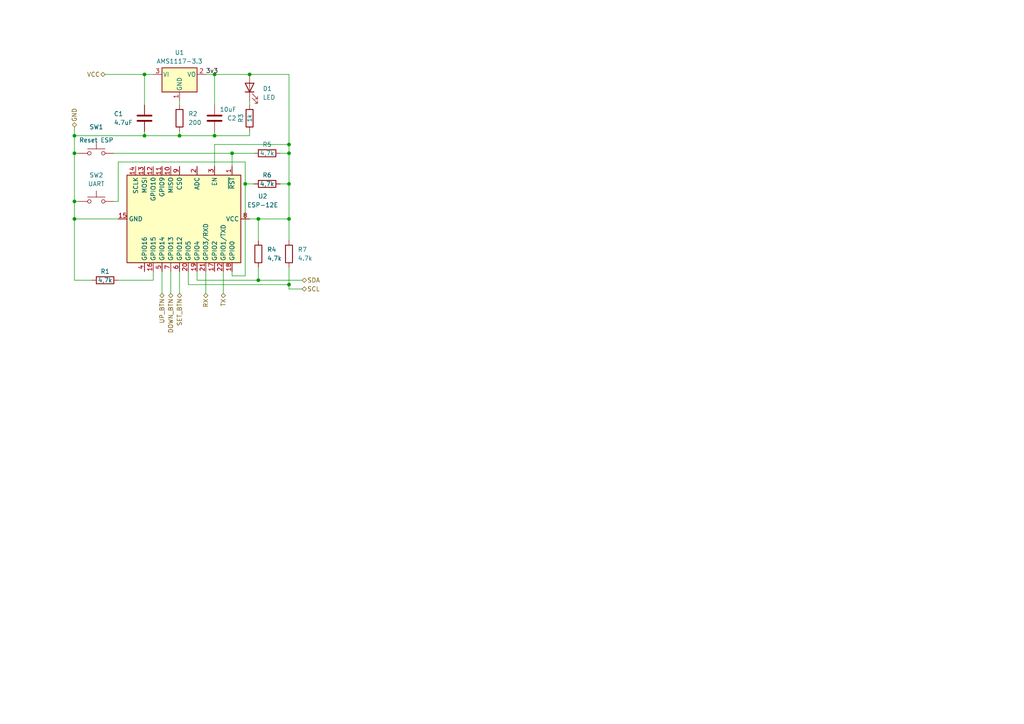
<source format=kicad_sch>
(kicad_sch (version 20211123) (generator eeschema)
  (paper "A4")
  (lib_symbols
    (symbol "Device:C" (pin_numbers hide) (pin_names (offset 0.254))
      (property "Reference" "C" (at 0.635 2.54 0))
      (property "Value" "C" (at 0.635 -2.54 0))
      (symbol "C_0_1"
        (polyline (pts (xy -2.032 -0.762) (xy 2.032 -0.762)) (stroke (width 0.508)))
        (polyline (pts (xy -2.032 0.762) (xy 2.032 0.762)) (stroke (width 0.508)))
      )
      (symbol "C_1_1"
        (pin passive line (at 0 3.81 270) (length 2.794) (name "~") (number "1"))
        (pin passive line (at 0 -3.81 90) (length 2.794) (name "~") (number "2"))
      )
    )
    (symbol "Device:LED" (pin_numbers hide) (pin_names (offset 1.016) hide)
      (property "Reference" "D" (at 0 2.54 0))
      (property "Value" "LED" (at 0 -2.54 0))
      (symbol "LED_0_1"
        (polyline (pts (xy -1.27 -1.27) (xy -1.27 1.27)) (stroke (width 0.254)))
        (polyline (pts (xy -1.27 0) (xy 1.27 0)))
        (polyline (pts (xy 1.27 -1.27) (xy 1.27 1.27) (xy -1.27 0) (xy 1.27 -1.27)) (stroke (width 0.254)))
        (polyline (pts (xy -3.048 -0.762) (xy -4.572 -2.286) (xy -3.81 -2.286) (xy -4.572 -2.286) (xy -4.572 -1.524)))
        (polyline (pts (xy -1.778 -0.762) (xy -3.302 -2.286) (xy -2.54 -2.286) (xy -3.302 -2.286) (xy -3.302 -1.524)))
      )
      (symbol "LED_1_1"
        (pin passive line (at -3.81 0 0) (length 2.54) (name "K") (number "1"))
        (pin passive line (at 3.81 0 180) (length 2.54) (name "A") (number "2"))
      )
    )
    (symbol "Device:R" (pin_numbers hide) (pin_names (offset 0))
      (property "Reference" "R" (at 2.032 0 90))
      (property "Value" "R" (at 0 0 90))
      (symbol "R_0_1"
        (rectangle (start -1.016 -2.54) (end 1.016 2.54) (stroke (width 0.254)))
      )
      (symbol "R_1_1"
        (pin passive line (at 0 3.81 270) (length 1.27) (name "~") (number "1"))
        (pin passive line (at 0 -3.81 90) (length 1.27) (name "~") (number "2"))
      )
    )
    (symbol "RF_Module:ESP-12E"
      (property "Reference" "U" (at -12.7 19.05 0))
      (property "Value" "ESP-12E" (at 12.7 19.05 0))
      (symbol "ESP-12E_0_1"
        (rectangle (start -12.7 17.78) (end 12.7 -15.24) (stroke (width 0.254)) (fill (type background)))
      )
      (symbol "ESP-12E_1_1"
        (pin input line (at -15.24 15.24 0) (length 2.54) (name "~{RST}") (number "1"))
        (pin bidirectional line (at -15.24 -2.54 0) (length 2.54) (name "MISO") (number "10"))
        (pin bidirectional line (at -15.24 -5.08 0) (length 2.54) (name "GPIO9") (number "11"))
        (pin bidirectional line (at -15.24 -7.62 0) (length 2.54) (name "GPIO10") (number "12"))
        (pin bidirectional line (at -15.24 -10.16 0) (length 2.54) (name "MOSI") (number "13"))
        (pin bidirectional line (at -15.24 -12.7 0) (length 2.54) (name "SCLK") (number "14"))
        (pin power_in line (at 0 -17.78 90) (length 2.54) (name "GND") (number "15"))
        (pin bidirectional line (at 15.24 -7.62 180) (length 2.54) (name "GPIO15") (number "16"))
        (pin bidirectional line (at 15.24 10.16 180) (length 2.54) (name "GPIO2") (number "17"))
        (pin bidirectional line (at 15.24 15.24 180) (length 2.54) (name "GPIO0") (number "18"))
        (pin bidirectional line (at 15.24 5.08 180) (length 2.54) (name "GPIO4") (number "19"))
        (pin input line (at -15.24 5.08 0) (length 2.54) (name "ADC") (number "2"))
        (pin bidirectional line (at 15.24 2.54 180) (length 2.54) (name "GPIO5") (number "20"))
        (pin bidirectional line (at 15.24 7.62 180) (length 2.54) (name "GPIO3/RXD") (number "21"))
        (pin bidirectional line (at 15.24 12.7 180) (length 2.54) (name "GPIO1/TXD") (number "22"))
        (pin input line (at -15.24 10.16 0) (length 2.54) (name "EN") (number "3"))
        (pin bidirectional line (at 15.24 -10.16 180) (length 2.54) (name "GPIO16") (number "4"))
        (pin bidirectional line (at 15.24 -5.08 180) (length 2.54) (name "GPIO14") (number "5"))
        (pin bidirectional line (at 15.24 0 180) (length 2.54) (name "GPIO12") (number "6"))
        (pin bidirectional line (at 15.24 -2.54 180) (length 2.54) (name "GPIO13") (number "7"))
        (pin power_in line (at 0 20.32 270) (length 2.54) (name "VCC") (number "8"))
        (pin input line (at -15.24 0 0) (length 2.54) (name "CS0") (number "9"))
      )
    )
    (symbol "Regulator_Linear:AMS1117-3.3" (pin_names (offset 0.254))
      (property "Reference" "U" (at -3.81 3.175 0))
      (property "Value" "AMS1117-3.3" (at 0 3.175 0))
      (symbol "AMS1117-3.3_0_1"
        (rectangle (start -5.08 -5.08) (end 5.08 1.905) (stroke (width 0.254)) (fill (type background)))
      )
      (symbol "AMS1117-3.3_1_1"
        (pin power_in line (at 0 -7.62 90) (length 2.54) (name "GND") (number "1"))
        (pin power_out line (at 7.62 0 180) (length 2.54) (name "VO") (number "2"))
        (pin power_in line (at -7.62 0 0) (length 2.54) (name "VI") (number "3"))
      )
    )
    (symbol "Switch:SW_Push" (pin_numbers hide) (pin_names (offset 1.016) hide)
      (property "Reference" "SW" (at 1.27 2.54 0))
      (property "Value" "SW_Push" (at 0 -1.524 0))
      (symbol "SW_Push_0_1"
        (circle (center -2.032 0) (radius 0.508))
        (polyline (pts (xy 0 1.27) (xy 0 3.048)))
        (polyline (pts (xy 2.54 1.27) (xy -2.54 1.27)))
        (circle (center 2.032 0) (radius 0.508))
        (pin passive line (at -5.08 0 0) (length 2.54) (name "1") (number "1"))
        (pin passive line (at 5.08 0 180) (length 2.54) (name "2") (number "2"))
      )
    )
  )
  (junction (at 72.39 21.59))
  (junction (at 21.59 39.37))
  (junction (at 21.59 44.45))
  (junction (at 41.91 39.37))
  (junction (at 62.23 39.37))
  (junction (at 83.82 53.34))
  (junction (at 52.07 39.37))
  (junction (at 74.93 63.5))
  (junction (at 83.82 63.5))
  (junction (at 67.31 44.45))
  (junction (at 21.59 58.42))
  (junction (at 83.82 41.91))
  (junction (at 41.91 21.59))
  (junction (at 83.82 44.45))
  (junction (at 62.23 21.59))
  (junction (at 83.82 82.55))
  (junction (at 21.59 63.5))
  (junction (at 74.93 81.28))
  (junction (at 71.12 53.34))
  (wire (pts (xy 64.77 78.74) (xy 64.77 85.09)))
  (wire (pts (xy 72.39 21.59) (xy 83.82 21.59)))
  (wire (pts (xy 72.39 29.21) (xy 72.39 30.48)))
  (wire (pts (xy 74.93 81.28) (xy 87.63 81.28)))
  (wire (pts (xy 21.59 58.42) (xy 21.59 63.5)))
  (wire (pts (xy 72.39 38.1) (xy 72.39 39.37)))
  (wire (pts (xy 83.82 63.5) (xy 83.82 69.85)))
  (wire (pts (xy 34.29 46.99) (xy 34.29 58.42)))
  (wire (pts (xy 74.93 77.47) (xy 74.93 81.28)))
  (wire (pts (xy 83.82 44.45) (xy 83.82 53.34)))
  (wire (pts (xy 52.07 38.1) (xy 52.07 39.37)))
  (wire (pts (xy 41.91 39.37) (xy 52.07 39.37)))
  (wire (pts (xy 62.23 21.59) (xy 72.39 21.59)))
  (wire (pts (xy 62.23 21.59) (xy 62.23 30.48)))
  (wire (pts (xy 46.99 78.74) (xy 46.99 85.09)))
  (wire (pts (xy 67.31 44.45) (xy 67.31 48.26)))
  (wire (pts (xy 81.28 53.34) (xy 83.82 53.34)))
  (wire (pts (xy 21.59 36.83) (xy 21.59 39.37)))
  (wire (pts (xy 26.67 81.28) (xy 21.59 81.28)))
  (wire (pts (xy 21.59 63.5) (xy 34.29 63.5)))
  (wire (pts (xy 49.53 78.74) (xy 49.53 85.09)))
  (wire (pts (xy 71.12 80.01) (xy 71.12 53.34)))
  (wire (pts (xy 41.91 38.1) (xy 41.91 39.37)))
  (wire (pts (xy 71.12 53.34) (xy 71.12 46.99)))
  (wire (pts (xy 62.23 38.1) (xy 62.23 39.37)))
  (wire (pts (xy 71.12 53.34) (xy 73.66 53.34)))
  (wire (pts (xy 83.82 83.82) (xy 83.82 82.55)))
  (wire (pts (xy 57.15 81.28) (xy 74.93 81.28)))
  (wire (pts (xy 72.39 39.37) (xy 62.23 39.37)))
  (wire (pts (xy 67.31 80.01) (xy 67.31 78.74)))
  (wire (pts (xy 71.12 80.01) (xy 67.31 80.01)))
  (wire (pts (xy 67.31 44.45) (xy 73.66 44.45)))
  (wire (pts (xy 74.93 63.5) (xy 83.82 63.5)))
  (wire (pts (xy 83.82 77.47) (xy 83.82 82.55)))
  (wire (pts (xy 21.59 39.37) (xy 41.91 39.37)))
  (wire (pts (xy 21.59 58.42) (xy 22.86 58.42)))
  (wire (pts (xy 22.86 44.45) (xy 21.59 44.45)))
  (wire (pts (xy 52.07 78.74) (xy 52.07 85.09)))
  (wire (pts (xy 41.91 21.59) (xy 44.45 21.59)))
  (wire (pts (xy 59.69 21.59) (xy 62.23 21.59)))
  (wire (pts (xy 44.45 78.74) (xy 44.45 81.28)))
  (wire (pts (xy 41.91 21.59) (xy 41.91 30.48)))
  (wire (pts (xy 33.02 44.45) (xy 67.31 44.45)))
  (wire (pts (xy 54.61 78.74) (xy 54.61 82.55)))
  (wire (pts (xy 87.63 83.82) (xy 83.82 83.82)))
  (wire (pts (xy 21.59 39.37) (xy 21.59 44.45)))
  (wire (pts (xy 72.39 63.5) (xy 74.93 63.5)))
  (wire (pts (xy 83.82 41.91) (xy 83.82 44.45)))
  (wire (pts (xy 57.15 78.74) (xy 57.15 81.28)))
  (wire (pts (xy 21.59 81.28) (xy 21.59 63.5)))
  (wire (pts (xy 62.23 48.26) (xy 62.23 41.91)))
  (wire (pts (xy 59.69 78.74) (xy 59.69 85.09)))
  (wire (pts (xy 21.59 44.45) (xy 21.59 58.42)))
  (wire (pts (xy 83.82 21.59) (xy 83.82 41.91)))
  (wire (pts (xy 81.28 44.45) (xy 83.82 44.45)))
  (wire (pts (xy 52.07 39.37) (xy 62.23 39.37)))
  (wire (pts (xy 54.61 82.55) (xy 83.82 82.55)))
  (wire (pts (xy 33.02 58.42) (xy 34.29 58.42)))
  (wire (pts (xy 62.23 41.91) (xy 83.82 41.91)))
  (wire (pts (xy 44.45 81.28) (xy 34.29 81.28)))
  (wire (pts (xy 30.48 21.59) (xy 41.91 21.59)))
  (wire (pts (xy 74.93 63.5) (xy 74.93 69.85)))
  (wire (pts (xy 71.12 46.99) (xy 34.29 46.99)))
  (wire (pts (xy 52.07 29.21) (xy 52.07 30.48)))
  (wire (pts (xy 83.82 53.34) (xy 83.82 63.5)))
  (label "3v3" (at 59.69 21.59 0))
  (hierarchical_label "UP_BTN" (shape bidirectional) (at 46.99 85.09 270))
  (hierarchical_label "TX" (shape bidirectional) (at 64.77 85.09 270))
  (hierarchical_label "GND" (shape bidirectional) (at 21.59 36.83 90))
  (hierarchical_label "VCC" (shape bidirectional) (at 30.48 21.59 180))
  (hierarchical_label "RX" (shape bidirectional) (at 59.69 85.09 270))
  (hierarchical_label "DOWN_BTN" (shape bidirectional) (at 49.53 85.09 270))
  (hierarchical_label "SCL" (shape bidirectional) (at 87.63 83.82 0))
  (hierarchical_label "SDA" (shape bidirectional) (at 87.63 81.28 0))
  (hierarchical_label "SET_BTN" (shape bidirectional) (at 52.07 85.09 270))
  (symbol (lib_id "Device:C") (at 62.23 34.29 180) (unit 1)
    (property "Reference" "C2" (at 68.58 34.29 0) (effects (justify left)))
    (property "Value" "10uF" (at 68.58 31.75 0) (effects (justify left)))
    (property "Footprint" "Capacitor_THT:C_Disc_D4.7mm_W2.5mm_P5.00mm" (effects hide))
  )
  (symbol (lib_id "Device:R") (at 83.82 73.66 0) (unit 1)
    (property "Reference" "R7" (at 86.36 72.3899 0) (effects (justify left)))
    (property "Value" "4.7k" (at 86.36 74.9299 0) (effects (justify left)))
    (property "Footprint" "Resistor_THT:R_Axial_DIN0207_L6.3mm_D2.5mm_P7.62mm_Horizontal" (effects hide))
  )
  (symbol (lib_id "Device:R") (at 30.48 81.28 270) (unit 1)
    (property "Reference" "R1" (at 30.48 78.74 90))
    (property "Value" "4,7k" (at 30.48 81.28 90))
    (property "Footprint" "Resistor_THT:R_Axial_DIN0207_L6.3mm_D2.5mm_P7.62mm_Horizontal" (effects hide))
  )
  (symbol (lib_id "Device:R") (at 77.47 53.34 270) (unit 1)
    (property "Reference" "R6" (at 77.47 50.8 90))
    (property "Value" "4,7k" (at 77.47 53.34 90))
    (property "Footprint" "Resistor_THT:R_Axial_DIN0207_L6.3mm_D2.5mm_P7.62mm_Horizontal" (effects hide))
  )
  (symbol (lib_id "Device:R") (at 77.47 44.45 270) (unit 1)
    (property "Reference" "R5" (at 77.47 41.91 90))
    (property "Value" "4,7k" (at 77.47 44.45 90))
    (property "Footprint" "Resistor_THT:R_Axial_DIN0207_L6.3mm_D2.5mm_P7.62mm_Horizontal" (effects hide))
  )
  (symbol (lib_id "RF_Module:ESP-12E") (at 52.07 63.5 270) (unit 1)
    (property "Reference" "U2" (at 76.2 56.9212 90))
    (property "Value" "ESP-12E" (at 76.2 59.4612 90))
    (property "Footprint" "RF_Module:ESP-12E" (effects hide))
    (property "Datasheet" "http://wiki.ai-thinker.com/_media/esp8266/esp8266_series_modules_user_manual_v1.1.pdf" (effects hide))
  )
  (symbol (lib_id "Switch:SW_Push") (at 27.94 44.45 0) (unit 1)
    (property "Reference" "SW1" (at 27.94 36.83 0))
    (property "Value" "Reset ESP" (at 27.94 40.64 0))
    (property "Footprint" "Button_Switch_THT:SW_PUSH_6mm" (effects hide))
  )
  (symbol (lib_id "Device:R") (at 74.93 73.66 0) (unit 1)
    (property "Reference" "R4" (at 77.47 72.3899 0) (effects (justify left)))
    (property "Value" "4,7k" (at 77.47 74.9299 0) (effects (justify left)))
    (property "Footprint" "Resistor_THT:R_Axial_DIN0207_L6.3mm_D2.5mm_P7.62mm_Horizontal" (effects hide))
  )
  (symbol (lib_id "Device:R") (at 72.39 34.29 0) (unit 1)
    (property "Reference" "R3" (at 69.85 34.29 90))
    (property "Value" "1k" (at 72.39 34.29 90))
    (property "Footprint" "Resistor_THT:R_Axial_DIN0207_L6.3mm_D2.5mm_P7.62mm_Horizontal" (effects hide))
  )
  (symbol (lib_id "Regulator_Linear:AMS1117-3.3") (at 52.07 21.59 0) (unit 1)
    (property "Reference" "U1" (at 52.07 15.24 0))
    (property "Value" "AMS1117-3.3" (at 52.07 17.78 0))
    (property "Footprint" "Package_TO_SOT_SMD:SOT-223-3_TabPin2" (effects hide))
    (property "Datasheet" "http://www.advanced-monolithic.com/pdf/ds1117.pdf" (effects hide))
  )
  (symbol (lib_id "Switch:SW_Push") (at 27.94 58.42 0) (unit 1)
    (property "Reference" "SW2" (at 27.94 50.8 0))
    (property "Value" "UART" (at 27.94 53.34 0))
    (property "Footprint" "Button_Switch_THT:SW_PUSH_6mm" (effects hide))
  )
  (symbol (lib_id "Device:C") (at 41.91 34.29 180) (unit 1)
    (property "Reference" "C1" (at 33.02 33.02 0) (effects (justify right)))
    (property "Value" "4.7uF" (at 33.02 35.56 0) (effects (justify right)))
    (property "Footprint" "Capacitor_THT:C_Disc_D4.7mm_W2.5mm_P5.00mm" (effects hide))
  )
  (symbol (lib_id "Device:LED") (at 72.39 25.4 90) (unit 1)
    (property "Reference" "D1" (at 76.2 25.7174 90) (effects (justify right)))
    (property "Value" "LED" (at 76.2 28.2574 90) (effects (justify right)))
    (property "Footprint" "LED_THT:LED_D5.0mm" (effects hide))
  )
  (symbol (lib_id "Device:R") (at 52.07 34.29 0) (unit 1)
    (property "Reference" "R2" (at 54.61 33.0199 0) (effects (justify left)))
    (property "Value" "200" (at 54.61 35.5599 0) (effects (justify left)))
    (property "Footprint" "Resistor_THT:R_Axial_DIN0207_L6.3mm_D2.5mm_P7.62mm_Horizontal" (effects hide))
  )
)
</source>
